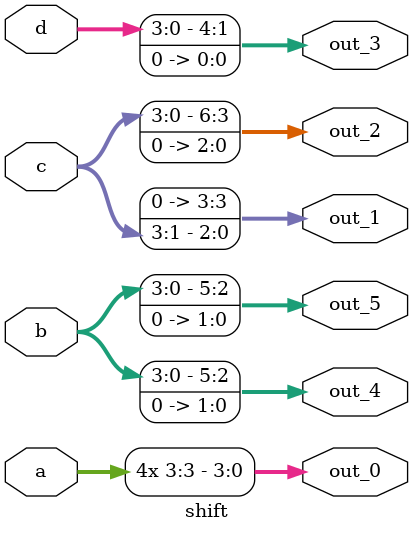
<source format=v>
module shift(a,b,c,d,out_0,out_1,out_2,out_3,out_4,out_5);
input[3:0] a,b,c,d;
output[3:0]out_0,out_1;
output[6:0]out_2;
output[4:0]out_3;
output[5:0]out_4,out_5;

//a=4'b1010; b=4'b0101; c=4'b000x; d=4'b100z;
assign out_0= $signed(a) >>> 3; //4b'1111
assign out_1= c >> 1;  //4b'0000
assign out_2= c << 3;  //7b'000x000
assign out_3= d <<< 1; //5'b100z0
assign out_4= b <<< 2; //6'b010100
assign out_5= b << 2; //6'b010100

endmodule


</source>
